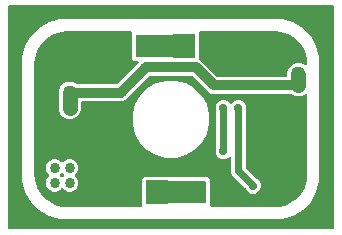
<source format=gbl>
G04 EAGLE Gerber RS-274X export*
G75*
%MOMM*%
%FSLAX34Y34*%
%LPD*%
%INBottom Copper*%
%IPPOS*%
%AMOC8*
5,1,8,0,0,1.08239X$1,22.5*%
G01*
%ADD10R,1.900000X2.000000*%
%ADD11C,0.855600*%
%ADD12R,0.855600X0.855600*%
%ADD13R,0.955600X0.955600*%
%ADD14C,1.270000*%
%ADD15C,0.812800*%
%ADD16C,1.270000*%
%ADD17C,0.705600*%
%ADD18C,0.609600*%

G36*
X257293Y-13954D02*
X257293Y-13954D01*
X257412Y-13947D01*
X257450Y-13934D01*
X257491Y-13929D01*
X257601Y-13886D01*
X257714Y-13849D01*
X257749Y-13827D01*
X257786Y-13812D01*
X257882Y-13743D01*
X257983Y-13679D01*
X258011Y-13649D01*
X258044Y-13626D01*
X258120Y-13534D01*
X258201Y-13447D01*
X258221Y-13412D01*
X258246Y-13381D01*
X258297Y-13273D01*
X258355Y-13169D01*
X258365Y-13129D01*
X258382Y-13093D01*
X258404Y-12976D01*
X258434Y-12861D01*
X258438Y-12801D01*
X258442Y-12781D01*
X258440Y-12760D01*
X258444Y-12700D01*
X258444Y174625D01*
X258429Y174743D01*
X258422Y174862D01*
X258409Y174900D01*
X258404Y174941D01*
X258361Y175051D01*
X258324Y175164D01*
X258302Y175199D01*
X258287Y175236D01*
X258218Y175332D01*
X258154Y175433D01*
X258124Y175461D01*
X258101Y175494D01*
X258009Y175570D01*
X257922Y175651D01*
X257887Y175671D01*
X257856Y175696D01*
X257748Y175747D01*
X257644Y175805D01*
X257604Y175815D01*
X257568Y175832D01*
X257451Y175854D01*
X257336Y175884D01*
X257276Y175888D01*
X257256Y175892D01*
X257235Y175890D01*
X257175Y175894D01*
X-15875Y175894D01*
X-15993Y175879D01*
X-16112Y175872D01*
X-16150Y175859D01*
X-16191Y175854D01*
X-16301Y175811D01*
X-16414Y175774D01*
X-16449Y175752D01*
X-16486Y175737D01*
X-16582Y175668D01*
X-16683Y175604D01*
X-16711Y175574D01*
X-16744Y175551D01*
X-16820Y175459D01*
X-16901Y175372D01*
X-16921Y175337D01*
X-16946Y175306D01*
X-16997Y175198D01*
X-17055Y175094D01*
X-17065Y175054D01*
X-17082Y175018D01*
X-17104Y174901D01*
X-17134Y174786D01*
X-17138Y174726D01*
X-17142Y174706D01*
X-17140Y174685D01*
X-17144Y174625D01*
X-17144Y-12700D01*
X-17129Y-12818D01*
X-17122Y-12937D01*
X-17109Y-12975D01*
X-17104Y-13016D01*
X-17061Y-13126D01*
X-17024Y-13239D01*
X-17002Y-13274D01*
X-16987Y-13311D01*
X-16918Y-13407D01*
X-16854Y-13508D01*
X-16824Y-13536D01*
X-16801Y-13569D01*
X-16709Y-13645D01*
X-16622Y-13726D01*
X-16587Y-13746D01*
X-16556Y-13771D01*
X-16448Y-13822D01*
X-16344Y-13880D01*
X-16304Y-13890D01*
X-16268Y-13907D01*
X-16151Y-13929D01*
X-16036Y-13959D01*
X-15976Y-13963D01*
X-15956Y-13967D01*
X-15935Y-13965D01*
X-15875Y-13969D01*
X257175Y-13969D01*
X257293Y-13954D01*
G37*
%LPC*%
G36*
X26901Y-5081D02*
X26901Y-5081D01*
X17534Y-2571D01*
X9135Y2278D01*
X2278Y9135D01*
X-2571Y17534D01*
X-5081Y26901D01*
X-5081Y131849D01*
X-2571Y141216D01*
X2278Y149615D01*
X9135Y156472D01*
X17534Y161321D01*
X26901Y163831D01*
X214399Y163831D01*
X223766Y161321D01*
X232165Y156472D01*
X239022Y149615D01*
X243871Y141216D01*
X246381Y131849D01*
X246381Y26901D01*
X243871Y17534D01*
X239022Y9135D01*
X232165Y2278D01*
X223766Y-2571D01*
X214399Y-5081D01*
X26901Y-5081D01*
G37*
%LPD*%
G36*
X95450Y5096D02*
X95450Y5096D01*
X95569Y5103D01*
X95607Y5116D01*
X95648Y5121D01*
X95758Y5164D01*
X95871Y5201D01*
X95906Y5223D01*
X95943Y5238D01*
X96039Y5307D01*
X96140Y5371D01*
X96168Y5401D01*
X96201Y5424D01*
X96277Y5516D01*
X96358Y5603D01*
X96378Y5638D01*
X96403Y5669D01*
X96454Y5777D01*
X96512Y5881D01*
X96522Y5921D01*
X96539Y5957D01*
X96561Y6074D01*
X96591Y6189D01*
X96595Y6249D01*
X96599Y6269D01*
X96597Y6290D01*
X96601Y6350D01*
X96601Y28638D01*
X98387Y30424D01*
X119913Y30424D01*
X119991Y30363D01*
X120063Y30295D01*
X120116Y30266D01*
X120164Y30229D01*
X120255Y30189D01*
X120342Y30141D01*
X120401Y30126D01*
X120456Y30102D01*
X120554Y30087D01*
X120650Y30062D01*
X120750Y30056D01*
X120770Y30052D01*
X120782Y30054D01*
X120811Y30052D01*
X152091Y30052D01*
X153877Y28266D01*
X153877Y6350D01*
X153892Y6232D01*
X153899Y6113D01*
X153912Y6075D01*
X153917Y6034D01*
X153960Y5924D01*
X153997Y5811D01*
X154019Y5776D01*
X154034Y5739D01*
X154103Y5643D01*
X154167Y5542D01*
X154197Y5514D01*
X154220Y5481D01*
X154312Y5405D01*
X154399Y5324D01*
X154434Y5304D01*
X154465Y5279D01*
X154573Y5228D01*
X154677Y5170D01*
X154717Y5160D01*
X154753Y5143D01*
X154870Y5121D01*
X154985Y5091D01*
X155045Y5087D01*
X155065Y5083D01*
X155086Y5085D01*
X155146Y5081D01*
X209550Y5081D01*
X209571Y5083D01*
X209633Y5083D01*
X212948Y5301D01*
X212992Y5309D01*
X213036Y5310D01*
X213194Y5341D01*
X219599Y7057D01*
X219678Y7090D01*
X219761Y7113D01*
X219883Y7174D01*
X219893Y7178D01*
X219897Y7180D01*
X219905Y7184D01*
X225647Y10500D01*
X225715Y10551D01*
X225789Y10595D01*
X225892Y10686D01*
X225900Y10692D01*
X225903Y10695D01*
X225910Y10701D01*
X230599Y15390D01*
X230651Y15458D01*
X230711Y15519D01*
X230787Y15633D01*
X230794Y15641D01*
X230795Y15645D01*
X230800Y15653D01*
X234116Y21395D01*
X234149Y21474D01*
X234191Y21549D01*
X234235Y21678D01*
X234239Y21688D01*
X234240Y21693D01*
X234243Y21701D01*
X235959Y28106D01*
X235965Y28150D01*
X235979Y28192D01*
X235999Y28352D01*
X236215Y31643D01*
X236217Y31667D01*
X236215Y31688D01*
X236219Y31750D01*
X236219Y99213D01*
X236202Y99351D01*
X236189Y99490D01*
X236182Y99509D01*
X236179Y99529D01*
X236128Y99658D01*
X236081Y99789D01*
X236070Y99806D01*
X236062Y99824D01*
X235981Y99937D01*
X235903Y100052D01*
X235887Y100065D01*
X235876Y100082D01*
X235768Y100171D01*
X235664Y100263D01*
X235646Y100272D01*
X235631Y100285D01*
X235505Y100344D01*
X235381Y100407D01*
X235361Y100412D01*
X235343Y100420D01*
X235207Y100446D01*
X235071Y100477D01*
X235050Y100476D01*
X235031Y100480D01*
X234892Y100471D01*
X234753Y100467D01*
X234733Y100461D01*
X234713Y100460D01*
X234581Y100417D01*
X234447Y100379D01*
X234430Y100368D01*
X234411Y100362D01*
X234293Y100288D01*
X234173Y100217D01*
X234152Y100199D01*
X234142Y100192D01*
X234128Y100177D01*
X234052Y100111D01*
X233924Y99982D01*
X230470Y98551D01*
X226730Y98551D01*
X223276Y99982D01*
X222793Y100466D01*
X222714Y100526D01*
X222642Y100594D01*
X222589Y100623D01*
X222541Y100660D01*
X222450Y100700D01*
X222364Y100748D01*
X222305Y100763D01*
X222250Y100787D01*
X222152Y100802D01*
X222056Y100827D01*
X221956Y100833D01*
X221935Y100837D01*
X221923Y100835D01*
X221895Y100837D01*
X155430Y100837D01*
X152816Y101920D01*
X139031Y115706D01*
X138952Y115766D01*
X138880Y115834D01*
X138827Y115863D01*
X138779Y115900D01*
X138688Y115940D01*
X138602Y115988D01*
X138543Y116003D01*
X138487Y116027D01*
X138389Y116042D01*
X138294Y116067D01*
X138194Y116073D01*
X138173Y116077D01*
X138161Y116075D01*
X138133Y116077D01*
X103167Y116077D01*
X103069Y116065D01*
X102970Y116062D01*
X102911Y116045D01*
X102851Y116037D01*
X102759Y116001D01*
X102664Y115973D01*
X102612Y115943D01*
X102556Y115920D01*
X102476Y115862D01*
X102390Y115812D01*
X102315Y115746D01*
X102298Y115734D01*
X102291Y115724D01*
X102269Y115706D01*
X82134Y95570D01*
X79520Y94487D01*
X45593Y94487D01*
X45475Y94472D01*
X45356Y94465D01*
X45318Y94452D01*
X45277Y94447D01*
X45167Y94404D01*
X45054Y94367D01*
X45019Y94345D01*
X44982Y94330D01*
X44886Y94261D01*
X44785Y94197D01*
X44757Y94167D01*
X44724Y94144D01*
X44648Y94052D01*
X44567Y93965D01*
X44547Y93930D01*
X44522Y93899D01*
X44471Y93791D01*
X44413Y93687D01*
X44403Y93647D01*
X44386Y93611D01*
X44364Y93494D01*
X44334Y93379D01*
X44330Y93319D01*
X44326Y93299D01*
X44328Y93278D01*
X44324Y93218D01*
X44324Y87030D01*
X42893Y83576D01*
X40249Y80932D01*
X36795Y79501D01*
X33055Y79501D01*
X29601Y80932D01*
X26957Y83576D01*
X25526Y87030D01*
X25526Y103470D01*
X26957Y106924D01*
X29601Y109568D01*
X33055Y110999D01*
X36795Y110999D01*
X40249Y109568D01*
X40732Y109084D01*
X40811Y109024D01*
X40883Y108956D01*
X40936Y108927D01*
X40984Y108890D01*
X41075Y108850D01*
X41161Y108802D01*
X41220Y108787D01*
X41275Y108763D01*
X41373Y108748D01*
X41469Y108723D01*
X41569Y108717D01*
X41590Y108713D01*
X41602Y108715D01*
X41630Y108713D01*
X74633Y108713D01*
X74731Y108725D01*
X74830Y108728D01*
X74889Y108745D01*
X74949Y108753D01*
X75041Y108789D01*
X75136Y108817D01*
X75188Y108847D01*
X75244Y108870D01*
X75324Y108928D01*
X75410Y108978D01*
X75485Y109044D01*
X75502Y109056D01*
X75509Y109066D01*
X75531Y109084D01*
X92978Y126532D01*
X93063Y126641D01*
X93152Y126748D01*
X93160Y126767D01*
X93173Y126783D01*
X93228Y126911D01*
X93287Y127036D01*
X93291Y127056D01*
X93299Y127075D01*
X93321Y127213D01*
X93347Y127349D01*
X93346Y127369D01*
X93349Y127389D01*
X93336Y127528D01*
X93327Y127666D01*
X93321Y127685D01*
X93319Y127705D01*
X93272Y127837D01*
X93229Y127968D01*
X93218Y127986D01*
X93211Y128005D01*
X93133Y128120D01*
X93059Y128237D01*
X93044Y128251D01*
X93033Y128268D01*
X92929Y128360D01*
X92827Y128455D01*
X92810Y128465D01*
X92794Y128478D01*
X92671Y128541D01*
X92549Y128609D01*
X92529Y128614D01*
X92511Y128623D01*
X92375Y128653D01*
X92241Y128688D01*
X92213Y128690D01*
X92201Y128693D01*
X92180Y128692D01*
X92080Y128698D01*
X89209Y128698D01*
X87423Y130484D01*
X87423Y152400D01*
X87408Y152518D01*
X87401Y152637D01*
X87388Y152675D01*
X87383Y152716D01*
X87340Y152826D01*
X87303Y152939D01*
X87281Y152974D01*
X87266Y153011D01*
X87197Y153107D01*
X87133Y153208D01*
X87103Y153236D01*
X87080Y153269D01*
X86988Y153345D01*
X86901Y153426D01*
X86866Y153446D01*
X86835Y153471D01*
X86727Y153522D01*
X86623Y153580D01*
X86583Y153590D01*
X86547Y153607D01*
X86430Y153629D01*
X86315Y153659D01*
X86255Y153663D01*
X86235Y153667D01*
X86214Y153665D01*
X86154Y153669D01*
X31750Y153669D01*
X31729Y153667D01*
X31667Y153667D01*
X28352Y153449D01*
X28308Y153441D01*
X28264Y153440D01*
X28106Y153409D01*
X21701Y151693D01*
X21622Y151660D01*
X21539Y151637D01*
X21417Y151576D01*
X21407Y151572D01*
X21403Y151570D01*
X21395Y151566D01*
X15653Y148250D01*
X15585Y148199D01*
X15511Y148155D01*
X15408Y148064D01*
X15400Y148058D01*
X15397Y148055D01*
X15390Y148049D01*
X10701Y143360D01*
X10649Y143292D01*
X10589Y143231D01*
X10513Y143117D01*
X10506Y143109D01*
X10505Y143105D01*
X10500Y143097D01*
X7184Y137355D01*
X7151Y137276D01*
X7109Y137201D01*
X7065Y137072D01*
X7061Y137062D01*
X7060Y137057D01*
X7057Y137049D01*
X5341Y130644D01*
X5335Y130600D01*
X5321Y130558D01*
X5301Y130398D01*
X5083Y127083D01*
X5085Y127062D01*
X5081Y127000D01*
X5081Y31750D01*
X5083Y31729D01*
X5083Y31667D01*
X5301Y28352D01*
X5309Y28308D01*
X5310Y28264D01*
X5341Y28106D01*
X7057Y21701D01*
X7090Y21622D01*
X7113Y21539D01*
X7174Y21417D01*
X7178Y21407D01*
X7180Y21403D01*
X7184Y21395D01*
X10500Y15653D01*
X10551Y15585D01*
X10595Y15511D01*
X10686Y15408D01*
X10692Y15400D01*
X10695Y15397D01*
X10701Y15390D01*
X15390Y10701D01*
X15458Y10649D01*
X15519Y10589D01*
X15633Y10513D01*
X15641Y10506D01*
X15645Y10505D01*
X15653Y10500D01*
X21395Y7184D01*
X21474Y7151D01*
X21549Y7109D01*
X21678Y7065D01*
X21688Y7061D01*
X21693Y7060D01*
X21701Y7057D01*
X28106Y5341D01*
X28150Y5335D01*
X28192Y5321D01*
X28352Y5301D01*
X31667Y5083D01*
X31688Y5085D01*
X31750Y5081D01*
X95332Y5081D01*
X95450Y5096D01*
G37*
%LPC*%
G36*
X116371Y46874D02*
X116371Y46874D01*
X108105Y49089D01*
X100694Y53368D01*
X94643Y59419D01*
X90364Y66830D01*
X88149Y75096D01*
X88149Y83654D01*
X90364Y91920D01*
X94643Y99331D01*
X100694Y105382D01*
X108105Y109661D01*
X116371Y111876D01*
X124929Y111876D01*
X133195Y109661D01*
X140606Y105382D01*
X146657Y99331D01*
X150936Y91920D01*
X153151Y83654D01*
X153151Y75096D01*
X150936Y66830D01*
X146657Y59419D01*
X140606Y53368D01*
X133195Y49089D01*
X124929Y46874D01*
X116371Y46874D01*
G37*
%LPD*%
G36*
X218050Y115078D02*
X218050Y115078D01*
X218169Y115085D01*
X218207Y115098D01*
X218248Y115103D01*
X218358Y115146D01*
X218471Y115183D01*
X218506Y115205D01*
X218543Y115220D01*
X218639Y115289D01*
X218740Y115353D01*
X218768Y115383D01*
X218801Y115406D01*
X218877Y115498D01*
X218958Y115585D01*
X218978Y115620D01*
X219003Y115651D01*
X219054Y115759D01*
X219112Y115863D01*
X219122Y115903D01*
X219139Y115939D01*
X219161Y116056D01*
X219191Y116171D01*
X219195Y116231D01*
X219199Y116251D01*
X219197Y116272D01*
X219201Y116332D01*
X219201Y119345D01*
X220632Y122799D01*
X223276Y125443D01*
X226730Y126874D01*
X230470Y126874D01*
X233924Y125443D01*
X234052Y125314D01*
X234162Y125229D01*
X234269Y125140D01*
X234288Y125132D01*
X234304Y125119D01*
X234432Y125064D01*
X234557Y125005D01*
X234577Y125001D01*
X234596Y124993D01*
X234733Y124971D01*
X234870Y124945D01*
X234890Y124946D01*
X234910Y124943D01*
X235048Y124956D01*
X235187Y124965D01*
X235206Y124971D01*
X235226Y124973D01*
X235357Y125020D01*
X235489Y125063D01*
X235507Y125074D01*
X235526Y125081D01*
X235641Y125159D01*
X235758Y125233D01*
X235772Y125248D01*
X235789Y125259D01*
X235881Y125363D01*
X235976Y125465D01*
X235986Y125482D01*
X235999Y125498D01*
X236062Y125621D01*
X236130Y125743D01*
X236135Y125763D01*
X236144Y125781D01*
X236174Y125916D01*
X236209Y126051D01*
X236211Y126079D01*
X236214Y126091D01*
X236213Y126112D01*
X236219Y126212D01*
X236219Y127000D01*
X236217Y127021D01*
X236217Y127083D01*
X235999Y130398D01*
X235991Y130442D01*
X235990Y130486D01*
X235959Y130644D01*
X234243Y137049D01*
X234210Y137128D01*
X234187Y137211D01*
X234126Y137333D01*
X234122Y137343D01*
X234120Y137347D01*
X234116Y137355D01*
X230800Y143097D01*
X230749Y143165D01*
X230705Y143239D01*
X230614Y143342D01*
X230608Y143350D01*
X230605Y143353D01*
X230599Y143360D01*
X225910Y148049D01*
X225842Y148101D01*
X225781Y148161D01*
X225667Y148237D01*
X225659Y148244D01*
X225655Y148245D01*
X225647Y148250D01*
X219905Y151566D01*
X219826Y151599D01*
X219751Y151641D01*
X219622Y151685D01*
X219612Y151689D01*
X219607Y151690D01*
X219599Y151693D01*
X213194Y153409D01*
X213150Y153415D01*
X213108Y153429D01*
X212948Y153449D01*
X209633Y153667D01*
X209612Y153665D01*
X209550Y153669D01*
X145968Y153669D01*
X145850Y153654D01*
X145731Y153647D01*
X145693Y153634D01*
X145652Y153629D01*
X145542Y153586D01*
X145429Y153549D01*
X145394Y153527D01*
X145357Y153512D01*
X145261Y153443D01*
X145160Y153379D01*
X145132Y153349D01*
X145099Y153326D01*
X145023Y153234D01*
X144942Y153147D01*
X144922Y153112D01*
X144897Y153081D01*
X144846Y152973D01*
X144788Y152869D01*
X144778Y152829D01*
X144761Y152793D01*
X144739Y152676D01*
X144709Y152561D01*
X144705Y152501D01*
X144701Y152481D01*
X144703Y152460D01*
X144699Y152400D01*
X144699Y130455D01*
X144702Y130426D01*
X144700Y130397D01*
X144722Y130269D01*
X144739Y130140D01*
X144749Y130112D01*
X144755Y130083D01*
X144808Y129965D01*
X144856Y129844D01*
X144873Y129820D01*
X144885Y129793D01*
X144966Y129692D01*
X145042Y129587D01*
X145065Y129568D01*
X145084Y129545D01*
X145187Y129467D01*
X145287Y129384D01*
X145314Y129371D01*
X145338Y129354D01*
X145482Y129283D01*
X145634Y129220D01*
X159419Y115434D01*
X159498Y115374D01*
X159570Y115306D01*
X159623Y115277D01*
X159671Y115240D01*
X159762Y115200D01*
X159848Y115152D01*
X159907Y115137D01*
X159963Y115113D01*
X160061Y115098D01*
X160156Y115073D01*
X160256Y115067D01*
X160277Y115063D01*
X160289Y115065D01*
X160317Y115063D01*
X217932Y115063D01*
X218050Y115078D01*
G37*
%LPC*%
G36*
X188846Y16283D02*
X188846Y16283D01*
X186429Y17284D01*
X184579Y19135D01*
X183951Y20651D01*
X183946Y20659D01*
X183943Y20668D01*
X183868Y20795D01*
X183793Y20927D01*
X183786Y20934D01*
X183782Y20942D01*
X183675Y21063D01*
X172631Y32106D01*
X171703Y34347D01*
X171703Y46308D01*
X171686Y46446D01*
X171673Y46585D01*
X171666Y46604D01*
X171663Y46624D01*
X171612Y46753D01*
X171565Y46884D01*
X171554Y46901D01*
X171546Y46919D01*
X171465Y47032D01*
X171387Y47147D01*
X171371Y47160D01*
X171360Y47177D01*
X171252Y47266D01*
X171148Y47357D01*
X171130Y47367D01*
X171115Y47380D01*
X170989Y47439D01*
X170865Y47502D01*
X170845Y47506D01*
X170827Y47515D01*
X170690Y47541D01*
X170555Y47572D01*
X170534Y47571D01*
X170515Y47575D01*
X170376Y47566D01*
X170237Y47562D01*
X170217Y47556D01*
X170197Y47555D01*
X170065Y47512D01*
X169931Y47474D01*
X169914Y47463D01*
X169895Y47457D01*
X169777Y47383D01*
X169657Y47312D01*
X169636Y47293D01*
X169626Y47287D01*
X169612Y47272D01*
X169537Y47206D01*
X168825Y46494D01*
X166408Y45493D01*
X163792Y45493D01*
X161375Y46494D01*
X159524Y48345D01*
X158523Y50762D01*
X158523Y53378D01*
X158907Y54304D01*
X158909Y54313D01*
X158914Y54321D01*
X158951Y54466D01*
X158991Y54611D01*
X158991Y54620D01*
X158993Y54629D01*
X159003Y54789D01*
X159003Y86181D01*
X159002Y86190D01*
X159003Y86199D01*
X158982Y86348D01*
X158963Y86496D01*
X158960Y86505D01*
X158959Y86514D01*
X158907Y86666D01*
X158523Y87592D01*
X158523Y90208D01*
X159524Y92625D01*
X161375Y94476D01*
X163792Y95477D01*
X166408Y95477D01*
X168825Y94476D01*
X170553Y92748D01*
X170647Y92675D01*
X170736Y92597D01*
X170772Y92578D01*
X170804Y92553D01*
X170913Y92506D01*
X171019Y92452D01*
X171058Y92443D01*
X171096Y92427D01*
X171213Y92408D01*
X171329Y92382D01*
X171370Y92384D01*
X171410Y92377D01*
X171528Y92388D01*
X171647Y92392D01*
X171686Y92403D01*
X171726Y92407D01*
X171838Y92447D01*
X171953Y92480D01*
X171988Y92501D01*
X172026Y92515D01*
X172124Y92582D01*
X172227Y92642D01*
X172272Y92682D01*
X172289Y92693D01*
X172302Y92709D01*
X172348Y92748D01*
X174075Y94476D01*
X176492Y95477D01*
X179108Y95477D01*
X181525Y94476D01*
X183376Y92625D01*
X184377Y90208D01*
X184377Y87592D01*
X183993Y86666D01*
X183991Y86657D01*
X183986Y86649D01*
X183949Y86504D01*
X183909Y86359D01*
X183909Y86350D01*
X183907Y86341D01*
X183897Y86181D01*
X183897Y38611D01*
X183909Y38513D01*
X183912Y38414D01*
X183929Y38356D01*
X183937Y38296D01*
X183973Y38203D01*
X184001Y38108D01*
X184031Y38056D01*
X184054Y38000D01*
X184112Y37920D01*
X184162Y37834D01*
X184228Y37759D01*
X184240Y37743D01*
X184250Y37735D01*
X184268Y37714D01*
X193133Y28849D01*
X193140Y28844D01*
X193146Y28836D01*
X193266Y28746D01*
X193384Y28654D01*
X193393Y28651D01*
X193400Y28645D01*
X193545Y28574D01*
X193879Y28435D01*
X195730Y26585D01*
X196731Y24168D01*
X196731Y21552D01*
X195730Y19135D01*
X193879Y17284D01*
X191462Y16283D01*
X188846Y16283D01*
G37*
%LPD*%
G36*
X139818Y132096D02*
X139818Y132096D01*
X139937Y132103D01*
X139975Y132116D01*
X140016Y132121D01*
X140126Y132164D01*
X140239Y132201D01*
X140274Y132223D01*
X140311Y132238D01*
X140407Y132308D01*
X140508Y132371D01*
X140536Y132401D01*
X140569Y132424D01*
X140645Y132516D01*
X140726Y132603D01*
X140746Y132638D01*
X140771Y132669D01*
X140822Y132777D01*
X140880Y132881D01*
X140890Y132921D01*
X140907Y132957D01*
X140929Y133074D01*
X140959Y133189D01*
X140963Y133250D01*
X140967Y133270D01*
X140965Y133290D01*
X140969Y133350D01*
X140969Y149225D01*
X140954Y149343D01*
X140947Y149462D01*
X140934Y149500D01*
X140929Y149541D01*
X140886Y149651D01*
X140849Y149764D01*
X140827Y149799D01*
X140812Y149836D01*
X140743Y149932D01*
X140679Y150033D01*
X140649Y150061D01*
X140626Y150094D01*
X140534Y150170D01*
X140447Y150251D01*
X140412Y150271D01*
X140381Y150296D01*
X140273Y150347D01*
X140169Y150405D01*
X140129Y150415D01*
X140093Y150432D01*
X139976Y150454D01*
X139861Y150484D01*
X139801Y150488D01*
X139781Y150492D01*
X139760Y150490D01*
X139700Y150494D01*
X92075Y150494D01*
X91957Y150479D01*
X91838Y150472D01*
X91800Y150459D01*
X91759Y150454D01*
X91649Y150411D01*
X91536Y150374D01*
X91501Y150352D01*
X91464Y150337D01*
X91368Y150268D01*
X91267Y150204D01*
X91239Y150174D01*
X91206Y150151D01*
X91131Y150059D01*
X91049Y149972D01*
X91029Y149937D01*
X91004Y149906D01*
X90953Y149798D01*
X90895Y149694D01*
X90885Y149654D01*
X90868Y149618D01*
X90846Y149501D01*
X90816Y149386D01*
X90812Y149326D01*
X90808Y149306D01*
X90810Y149285D01*
X90806Y149225D01*
X90806Y133350D01*
X90821Y133232D01*
X90828Y133113D01*
X90841Y133075D01*
X90846Y133034D01*
X90889Y132924D01*
X90926Y132811D01*
X90948Y132776D01*
X90963Y132739D01*
X91033Y132643D01*
X91096Y132542D01*
X91126Y132514D01*
X91149Y132481D01*
X91241Y132406D01*
X91328Y132324D01*
X91363Y132304D01*
X91394Y132279D01*
X91502Y132228D01*
X91606Y132170D01*
X91646Y132160D01*
X91682Y132143D01*
X91799Y132121D01*
X91914Y132091D01*
X91975Y132087D01*
X91995Y132083D01*
X92015Y132085D01*
X92075Y132081D01*
X139700Y132081D01*
X139818Y132096D01*
G37*
G36*
X149343Y8271D02*
X149343Y8271D01*
X149462Y8278D01*
X149500Y8291D01*
X149541Y8296D01*
X149651Y8339D01*
X149764Y8376D01*
X149799Y8398D01*
X149836Y8413D01*
X149932Y8483D01*
X150033Y8546D01*
X150061Y8576D01*
X150094Y8599D01*
X150170Y8691D01*
X150251Y8778D01*
X150271Y8813D01*
X150296Y8844D01*
X150347Y8952D01*
X150405Y9056D01*
X150415Y9096D01*
X150432Y9132D01*
X150454Y9249D01*
X150484Y9364D01*
X150488Y9425D01*
X150492Y9445D01*
X150490Y9465D01*
X150494Y9525D01*
X150494Y25400D01*
X150479Y25518D01*
X150472Y25637D01*
X150459Y25675D01*
X150454Y25716D01*
X150411Y25826D01*
X150374Y25939D01*
X150352Y25974D01*
X150337Y26011D01*
X150268Y26107D01*
X150204Y26208D01*
X150174Y26236D01*
X150151Y26269D01*
X150059Y26345D01*
X149972Y26426D01*
X149937Y26446D01*
X149906Y26471D01*
X149798Y26522D01*
X149694Y26580D01*
X149654Y26590D01*
X149618Y26607D01*
X149501Y26629D01*
X149386Y26659D01*
X149326Y26663D01*
X149306Y26667D01*
X149285Y26665D01*
X149225Y26669D01*
X101600Y26669D01*
X101482Y26654D01*
X101363Y26647D01*
X101325Y26634D01*
X101284Y26629D01*
X101174Y26586D01*
X101061Y26549D01*
X101026Y26527D01*
X100989Y26512D01*
X100893Y26443D01*
X100792Y26379D01*
X100764Y26349D01*
X100731Y26326D01*
X100656Y26234D01*
X100574Y26147D01*
X100554Y26112D01*
X100529Y26081D01*
X100478Y25973D01*
X100420Y25869D01*
X100410Y25829D01*
X100393Y25793D01*
X100371Y25676D01*
X100341Y25561D01*
X100337Y25501D01*
X100333Y25481D01*
X100335Y25460D01*
X100331Y25400D01*
X100331Y9525D01*
X100346Y9407D01*
X100353Y9288D01*
X100366Y9250D01*
X100371Y9209D01*
X100414Y9099D01*
X100451Y8986D01*
X100473Y8951D01*
X100488Y8914D01*
X100558Y8818D01*
X100621Y8717D01*
X100651Y8689D01*
X100674Y8656D01*
X100766Y8581D01*
X100853Y8499D01*
X100888Y8479D01*
X100919Y8454D01*
X101027Y8403D01*
X101131Y8345D01*
X101171Y8335D01*
X101207Y8318D01*
X101324Y8296D01*
X101439Y8266D01*
X101500Y8262D01*
X101520Y8258D01*
X101540Y8260D01*
X101600Y8256D01*
X149225Y8256D01*
X149343Y8271D01*
G37*
%LPC*%
G36*
X20768Y18073D02*
X20768Y18073D01*
X18075Y19189D01*
X16014Y21250D01*
X14898Y23943D01*
X14898Y26857D01*
X16014Y29550D01*
X17316Y30852D01*
X17389Y30947D01*
X17468Y31036D01*
X17486Y31072D01*
X17511Y31104D01*
X17558Y31213D01*
X17612Y31319D01*
X17621Y31358D01*
X17637Y31396D01*
X17656Y31513D01*
X17682Y31629D01*
X17681Y31670D01*
X17687Y31710D01*
X17676Y31828D01*
X17672Y31947D01*
X17661Y31986D01*
X17657Y32026D01*
X17617Y32139D01*
X17584Y32253D01*
X17563Y32287D01*
X17550Y32326D01*
X17483Y32424D01*
X17422Y32527D01*
X17382Y32572D01*
X17371Y32589D01*
X17356Y32602D01*
X17316Y32647D01*
X16014Y33950D01*
X14898Y36643D01*
X14898Y39557D01*
X16014Y42250D01*
X18075Y44311D01*
X20768Y45427D01*
X23682Y45427D01*
X26375Y44311D01*
X27678Y43009D01*
X27772Y42936D01*
X27861Y42857D01*
X27897Y42839D01*
X27929Y42814D01*
X28038Y42767D01*
X28144Y42713D01*
X28183Y42704D01*
X28221Y42688D01*
X28338Y42669D01*
X28454Y42643D01*
X28495Y42644D01*
X28535Y42638D01*
X28653Y42649D01*
X28772Y42653D01*
X28811Y42664D01*
X28851Y42668D01*
X28963Y42708D01*
X29078Y42741D01*
X29113Y42762D01*
X29151Y42775D01*
X29249Y42842D01*
X29352Y42903D01*
X29397Y42942D01*
X29414Y42954D01*
X29427Y42969D01*
X29473Y43009D01*
X30775Y44311D01*
X33468Y45427D01*
X36382Y45427D01*
X39075Y44311D01*
X41136Y42250D01*
X42252Y39557D01*
X42252Y36643D01*
X41136Y33950D01*
X39834Y32648D01*
X39761Y32553D01*
X39682Y32464D01*
X39664Y32428D01*
X39639Y32396D01*
X39592Y32287D01*
X39538Y32181D01*
X39529Y32142D01*
X39513Y32104D01*
X39494Y31987D01*
X39468Y31871D01*
X39469Y31830D01*
X39463Y31790D01*
X39474Y31672D01*
X39478Y31553D01*
X39489Y31514D01*
X39493Y31474D01*
X39533Y31361D01*
X39566Y31247D01*
X39587Y31213D01*
X39600Y31174D01*
X39667Y31076D01*
X39728Y30973D01*
X39768Y30928D01*
X39779Y30911D01*
X39794Y30898D01*
X39834Y30853D01*
X41136Y29550D01*
X42252Y26857D01*
X42252Y23943D01*
X41136Y21250D01*
X39075Y19189D01*
X36382Y18073D01*
X33468Y18073D01*
X30775Y19189D01*
X29473Y20491D01*
X29378Y20564D01*
X29289Y20643D01*
X29253Y20661D01*
X29221Y20686D01*
X29112Y20733D01*
X29006Y20787D01*
X28967Y20796D01*
X28929Y20812D01*
X28812Y20831D01*
X28696Y20857D01*
X28655Y20856D01*
X28615Y20862D01*
X28497Y20851D01*
X28378Y20847D01*
X28339Y20836D01*
X28299Y20832D01*
X28186Y20792D01*
X28072Y20759D01*
X28038Y20738D01*
X27999Y20725D01*
X27901Y20658D01*
X27798Y20597D01*
X27753Y20557D01*
X27736Y20546D01*
X27723Y20531D01*
X27678Y20491D01*
X26375Y19189D01*
X23682Y18073D01*
X20768Y18073D01*
G37*
%LPD*%
G36*
X28654Y29949D02*
X28654Y29949D01*
X28772Y29953D01*
X28811Y29964D01*
X28851Y29968D01*
X28963Y30008D01*
X29078Y30041D01*
X29113Y30062D01*
X29151Y30075D01*
X29249Y30142D01*
X29352Y30203D01*
X29397Y30243D01*
X29414Y30254D01*
X29427Y30269D01*
X29473Y30309D01*
X30016Y30853D01*
X30089Y30947D01*
X30168Y31036D01*
X30186Y31072D01*
X30211Y31104D01*
X30258Y31213D01*
X30312Y31319D01*
X30321Y31359D01*
X30337Y31396D01*
X30356Y31513D01*
X30382Y31629D01*
X30381Y31670D01*
X30387Y31710D01*
X30376Y31828D01*
X30372Y31947D01*
X30361Y31986D01*
X30357Y32026D01*
X30317Y32138D01*
X30284Y32253D01*
X30263Y32288D01*
X30250Y32326D01*
X30183Y32424D01*
X30122Y32527D01*
X30082Y32572D01*
X30071Y32589D01*
X30056Y32602D01*
X30016Y32648D01*
X29473Y33191D01*
X29378Y33264D01*
X29289Y33343D01*
X29253Y33361D01*
X29221Y33386D01*
X29112Y33433D01*
X29006Y33487D01*
X28967Y33496D01*
X28929Y33512D01*
X28812Y33531D01*
X28696Y33557D01*
X28655Y33556D01*
X28615Y33562D01*
X28497Y33551D01*
X28378Y33547D01*
X28339Y33536D01*
X28299Y33532D01*
X28186Y33492D01*
X28072Y33459D01*
X28038Y33438D01*
X27999Y33425D01*
X27901Y33358D01*
X27798Y33297D01*
X27753Y33257D01*
X27736Y33246D01*
X27723Y33231D01*
X27678Y33191D01*
X27134Y32647D01*
X27061Y32553D01*
X26982Y32464D01*
X26964Y32428D01*
X26939Y32396D01*
X26892Y32287D01*
X26838Y32181D01*
X26829Y32141D01*
X26813Y32104D01*
X26794Y31987D01*
X26768Y31871D01*
X26769Y31830D01*
X26763Y31790D01*
X26774Y31671D01*
X26778Y31553D01*
X26789Y31514D01*
X26793Y31474D01*
X26833Y31361D01*
X26866Y31247D01*
X26887Y31212D01*
X26900Y31174D01*
X26967Y31076D01*
X27028Y30973D01*
X27067Y30928D01*
X27079Y30911D01*
X27094Y30898D01*
X27134Y30852D01*
X27678Y30309D01*
X27772Y30236D01*
X27861Y30157D01*
X27897Y30139D01*
X27929Y30114D01*
X28038Y30067D01*
X28144Y30013D01*
X28184Y30004D01*
X28221Y29988D01*
X28338Y29969D01*
X28454Y29943D01*
X28495Y29944D01*
X28535Y29938D01*
X28654Y29949D01*
G37*
D10*
X132150Y141375D03*
X109150Y17375D03*
D11*
X22225Y133350D03*
X34925Y133350D03*
X22225Y120650D03*
X34925Y120650D03*
D12*
X212725Y67945D03*
X228600Y60325D03*
X228600Y50800D03*
D13*
X114300Y146050D03*
X114300Y136525D03*
X104775Y136525D03*
X95250Y136525D03*
X95250Y146050D03*
X104775Y146050D03*
X127000Y22225D03*
X127000Y12700D03*
X136525Y12700D03*
X136525Y22225D03*
X146050Y22225D03*
X146050Y12700D03*
D11*
X34925Y38100D03*
X34925Y25400D03*
X22225Y25400D03*
X22225Y38100D03*
D14*
X228600Y107950D03*
X228600Y117475D03*
D15*
X228600Y107950D02*
X156845Y107950D01*
X141605Y123190D01*
X99695Y123190D01*
X78105Y101600D01*
X34925Y101600D01*
D14*
X34925Y88900D03*
X34925Y101600D03*
D16*
X228600Y107950D02*
X228600Y116840D01*
X34925Y101600D02*
X34925Y88900D01*
D17*
X177800Y88900D03*
D18*
X177800Y35560D01*
X190154Y23206D01*
X190154Y22860D01*
D17*
X190154Y22860D03*
X165100Y88900D03*
D18*
X165100Y52070D01*
D17*
X165100Y52070D03*
M02*

</source>
